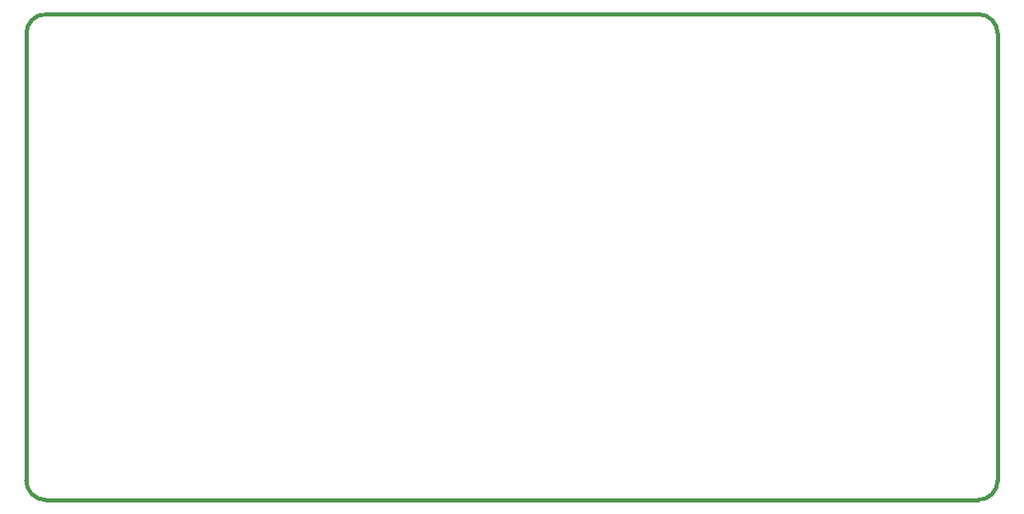
<source format=gko>
G04 (created by PCBNEW (2013-feb-26)-stable) date sam. 27 avril 2013 23:09:49 CEST*
%MOIN*%
G04 Gerber Fmt 3.4, Leading zero omitted, Abs format*
%FSLAX34Y34*%
G01*
G70*
G90*
G04 APERTURE LIST*
%ADD10C,2.3622e-06*%
%ADD11C,0.015*%
G04 APERTURE END LIST*
G54D10*
G54D11*
X62323Y-25472D02*
G75*
G03X61535Y-24684I-787J0D01*
G74*
G01*
X61535Y-44370D02*
G75*
G03X62322Y-43582I0J787D01*
G74*
G01*
X22952Y-43582D02*
G75*
G03X23740Y-44370I787J0D01*
G74*
G01*
X23740Y-24685D02*
G75*
G03X22952Y-25472I0J-787D01*
G74*
G01*
X22952Y-43582D02*
X22952Y-25472D01*
X23740Y-24684D02*
X61535Y-24684D01*
X62322Y-25472D02*
X62322Y-43582D01*
X23740Y-44370D02*
X61535Y-44370D01*
M02*

</source>
